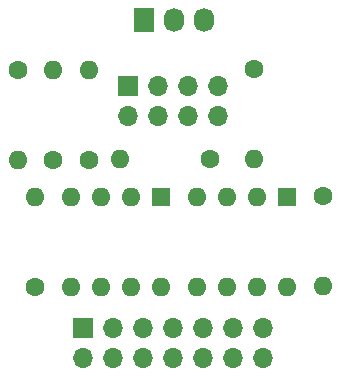
<source format=gbr>
G04 #@! TF.GenerationSoftware,KiCad,Pcbnew,5.1.12-84ad8e8a86~92~ubuntu20.04.1*
G04 #@! TF.CreationDate,2022-05-26T22:04:44-05:00*
G04 #@! TF.ProjectId,sensor_oxigeno,73656e73-6f72-45f6-9f78-6967656e6f2e,rev?*
G04 #@! TF.SameCoordinates,Original*
G04 #@! TF.FileFunction,Soldermask,Top*
G04 #@! TF.FilePolarity,Negative*
%FSLAX46Y46*%
G04 Gerber Fmt 4.6, Leading zero omitted, Abs format (unit mm)*
G04 Created by KiCad (PCBNEW 5.1.12-84ad8e8a86~92~ubuntu20.04.1) date 2022-05-26 22:04:44*
%MOMM*%
%LPD*%
G01*
G04 APERTURE LIST*
%ADD10R,1.600000X1.600000*%
%ADD11O,1.600000X1.600000*%
%ADD12C,1.600000*%
%ADD13R,1.730000X2.030000*%
%ADD14O,1.730000X2.030000*%
%ADD15R,1.700000X1.700000*%
%ADD16O,1.700000X1.700000*%
G04 APERTURE END LIST*
D10*
X122656600Y-42697400D03*
D11*
X115036600Y-50317400D03*
X120116600Y-42697400D03*
X117576600Y-50317400D03*
X117576600Y-42697400D03*
X120116600Y-50317400D03*
X115036600Y-42697400D03*
X122656600Y-50317400D03*
X125704600Y-50266600D03*
D12*
X125704600Y-42646600D03*
D13*
X110540800Y-27762200D03*
D14*
X113080800Y-27762200D03*
X115620800Y-27762200D03*
D15*
X105333800Y-53797200D03*
D16*
X105333800Y-56337200D03*
X107873800Y-53797200D03*
X107873800Y-56337200D03*
X110413800Y-53797200D03*
X110413800Y-56337200D03*
X112953800Y-53797200D03*
X112953800Y-56337200D03*
X115493800Y-53797200D03*
X115493800Y-56337200D03*
X118033800Y-53797200D03*
X118033800Y-56337200D03*
X120573800Y-53797200D03*
X120573800Y-56337200D03*
D15*
X109143800Y-33299400D03*
D16*
X109143800Y-35839400D03*
X111683800Y-33299400D03*
X111683800Y-35839400D03*
X114223800Y-33299400D03*
X114223800Y-35839400D03*
X116763800Y-33299400D03*
X116763800Y-35839400D03*
D12*
X99822000Y-31927800D03*
D11*
X99822000Y-39547800D03*
X119837200Y-39471600D03*
D12*
X119837200Y-31851600D03*
X105867200Y-39547800D03*
D11*
X105867200Y-31927800D03*
D12*
X102819200Y-39547800D03*
D11*
X102819200Y-31927800D03*
X108508800Y-39497000D03*
D12*
X116128800Y-39497000D03*
X101295200Y-50368200D03*
D11*
X101295200Y-42748200D03*
X111963200Y-50317400D03*
X104343200Y-42697400D03*
X109423200Y-50317400D03*
X106883200Y-42697400D03*
X106883200Y-50317400D03*
X109423200Y-42697400D03*
X104343200Y-50317400D03*
D10*
X111963200Y-42697400D03*
M02*

</source>
